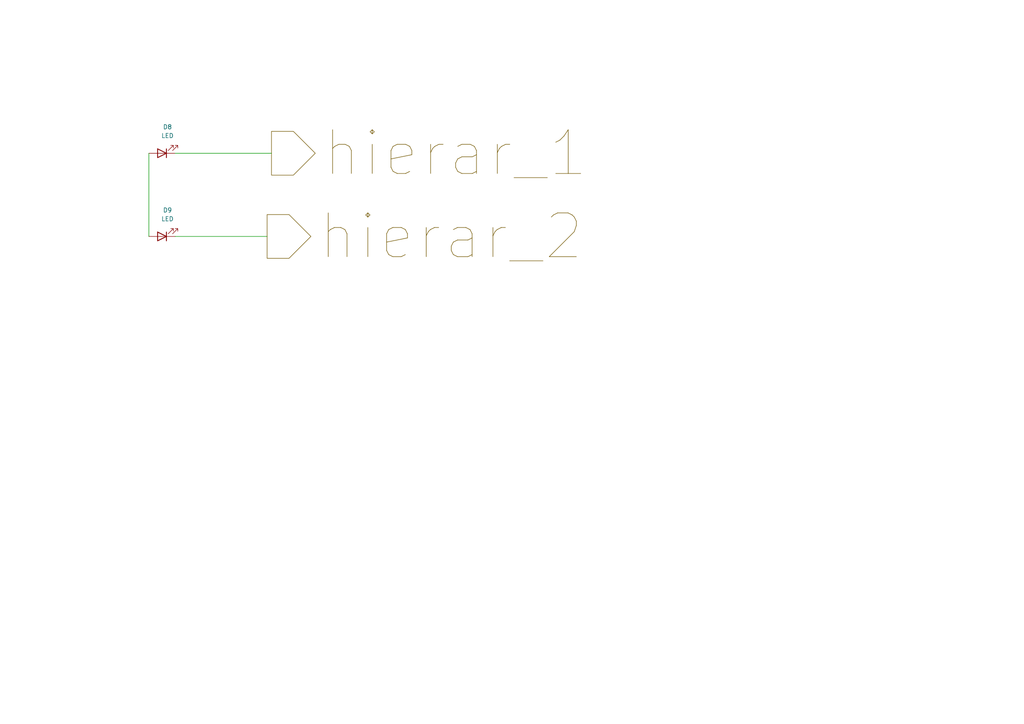
<source format=kicad_sch>
(kicad_sch (version 20250114) (generator "eeschema") (generator_version "9.0")
  (paper "A4")
  (lib_symbols
    (symbol "Device:LED" (pin_numbers (hide yes)) (pin_names (offset 1.016) (hide yes))
      (property "Reference" "D" (at 0 2.54 0))
      (property "Value" "LED" (at 0 -2.54 0))
      (symbol "LED_0_1"
        (polyline (pts (xy -3.048 -0.762) (xy -4.572 -2.286) (xy -3.81 -2.286) (xy -4.572 -2.286) (xy -4.572 -1.524)))
        (polyline (pts (xy -1.778 -0.762) (xy -3.302 -2.286) (xy -2.54 -2.286) (xy -3.302 -2.286) (xy -3.302 -1.524)))
        (polyline (pts (xy -1.27 0) (xy 1.27 0)))
        (polyline (pts (xy -1.27 -1.27) (xy -1.27 1.27)) (stroke (width 0.254)))
        (polyline (pts (xy 1.27 -1.27) (xy 1.27 1.27) (xy -1.27 0) (xy 1.27 -1.27)) (stroke (width 0.254)))
      )
      (symbol "LED_1_1"
        (pin passive line (at -3.81 0 0) (length 2.54) (name "K") (number "1"))
        (pin passive line (at 3.81 0 180) (length 2.54) (name "A") (number "2"))
      )
    )
  )
  (wire (pts (xy 50.8 44.45) (xy 78.74 44.45)))
  (wire (pts (xy 43.18 44.45) (xy 43.18 68.58)))
  (wire (pts (xy 50.8 68.58) (xy 77.47 68.58)))
  (hierarchical_label "hierar_2" (shape output) (at 77.47 68.58 0) (effects (font (size 12.7 12.7))))
  (hierarchical_label "hierar_1" (shape output) (at 78.74 44.45 0) (effects (font (size 12.7 12.7))))
  (symbol (lib_id "Device:LED") (at 46.99 44.45 180) (unit 1)
    (property "Reference" "D8" (at 48.5775 36.83 0))
    (property "Value" "LED" (at 48.5775 39.37 0))
    (property "Description" "Light emitting diode" (effects (hide yes)))
    (property "Sim.Pins" "1=K 2=A" (effects (hide yes)))
  )
  (symbol (lib_id "Device:LED") (at 46.99 68.58 180) (unit 1)
    (property "Reference" "D9" (at 48.5775 60.96 0))
    (property "Value" "LED" (at 48.5775 63.5 0))
    (property "Description" "Light emitting diode" (effects (hide yes)))
    (property "Sim.Pins" "1=K 2=A" (effects (hide yes)))
  )
)
</source>
